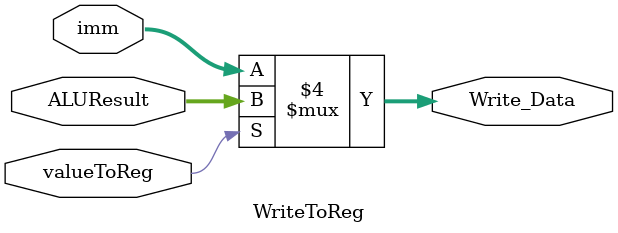
<source format=v>
`timescale 1ns / 1ps


module WriteToReg(
    input [7:0] ALUResult,
    input [7:0] imm,
    input valueToReg,
    output [7:0] Write_Data
    );
    
    always@(*)
    begin
    if(valueToReg == 1)
        Write_Data = ALUResult;
     else
        Write_Data= imm;
        
    end
endmodule

</source>
